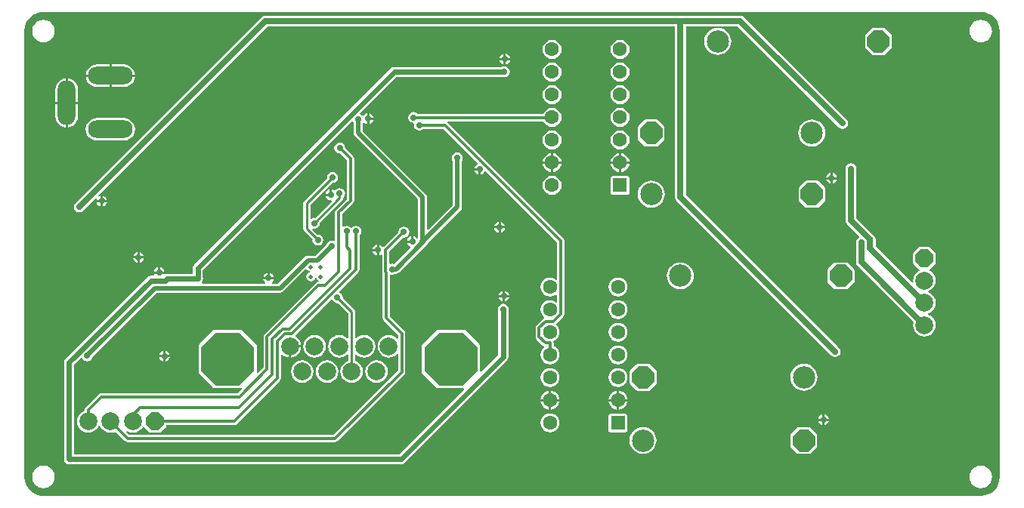
<source format=gbl>
G04 Layer_Physical_Order=2*
G04 Layer_Color=16711680*
%FSLAX43Y43*%
%MOMM*%
G71*
G01*
G75*
%ADD30C,0.700*%
%ADD31C,0.250*%
%ADD32C,0.500*%
%ADD33C,0.600*%
%ADD34C,0.300*%
%ADD36P,2.706X8X202.5*%
%ADD37C,2.500*%
%ADD38C,1.600*%
%ADD39R,1.600X1.600*%
%ADD40C,2.000*%
%ADD41P,2.165X8X292.5*%
%ADD42O,5.000X2.000*%
%ADD43O,2.000X5.000*%
%ADD44P,2.165X8X202.5*%
%ADD45P,6.494X8X112.5*%
%ADD46C,0.700*%
%ADD47C,0.500*%
G36*
X107500Y54632D02*
Y54632D01*
X107505Y54636D01*
X107917Y54595D01*
X108317Y54473D01*
X108687Y54276D01*
X109010Y54010D01*
X109276Y53687D01*
X109473Y53317D01*
X109595Y52917D01*
X109636Y52505D01*
X109632Y52500D01*
X109632D01*
X109639Y52462D01*
Y2539D01*
X109631Y2500D01*
X109631D01*
X109635Y2496D01*
X109595Y2083D01*
X109473Y1683D01*
X109276Y1313D01*
X109010Y990D01*
X108687Y724D01*
X108317Y527D01*
X107917Y405D01*
X107505Y365D01*
X107500Y369D01*
Y369D01*
X107461Y361D01*
X2623D01*
X2500Y361D01*
X2499Y361D01*
X2375Y369D01*
X2083Y397D01*
X1682Y519D01*
X1313Y716D01*
X989Y982D01*
X723Y1306D01*
X526Y1675D01*
X404Y2076D01*
X364Y2488D01*
X368Y2492D01*
X368D01*
X361Y2526D01*
Y52377D01*
X361Y52500D01*
X361Y52501D01*
X369Y52625D01*
X397Y52917D01*
X519Y53318D01*
X716Y53687D01*
X982Y54011D01*
X1306Y54277D01*
X1675Y54474D01*
X2076Y54596D01*
X2488Y54636D01*
X2492Y54632D01*
Y54632D01*
X2526Y54639D01*
X107462D01*
X107500Y54632D01*
D02*
G37*
%LPC*%
G36*
X54202Y23366D02*
Y22902D01*
X54666D01*
X54644Y23011D01*
X54510Y23210D01*
X54311Y23344D01*
X54202Y23366D01*
D02*
G37*
G36*
X53948D02*
X53839Y23344D01*
X53640Y23210D01*
X53506Y23011D01*
X53484Y22902D01*
X53948D01*
Y23366D01*
D02*
G37*
G36*
X66860Y24858D02*
X66585Y24822D01*
X66328Y24716D01*
X66108Y24547D01*
X65939Y24327D01*
X65833Y24070D01*
X65797Y23795D01*
X65833Y23520D01*
X65939Y23263D01*
X66108Y23043D01*
X66328Y22874D01*
X66585Y22768D01*
X66860Y22732D01*
X67135Y22768D01*
X67392Y22874D01*
X67612Y23043D01*
X67781Y23263D01*
X67887Y23520D01*
X67923Y23795D01*
X67887Y24070D01*
X67781Y24327D01*
X67612Y24547D01*
X67392Y24716D01*
X67135Y24822D01*
X66860Y24858D01*
D02*
G37*
G36*
X15324Y25992D02*
X15215Y25970D01*
X15015Y25837D01*
X14882Y25637D01*
X14860Y25528D01*
X15324D01*
Y25992D01*
D02*
G37*
G36*
X92475Y26559D02*
X91225D01*
X91126Y26539D01*
X91042Y26483D01*
X90417Y25858D01*
X90361Y25774D01*
X90341Y25675D01*
Y24425D01*
X90361Y24326D01*
X90417Y24242D01*
X91042Y23617D01*
X91126Y23561D01*
X91225Y23541D01*
X92475D01*
X92574Y23561D01*
X92658Y23617D01*
X93283Y24242D01*
X93339Y24326D01*
X93359Y24425D01*
Y25675D01*
X93339Y25774D01*
X93283Y25858D01*
X92658Y26483D01*
X92574Y26539D01*
X92475Y26559D01*
D02*
G37*
G36*
X73850Y26561D02*
X73555Y26532D01*
X73272Y26446D01*
X73010Y26307D01*
X72781Y26119D01*
X72593Y25890D01*
X72454Y25628D01*
X72368Y25345D01*
X72339Y25050D01*
X72368Y24755D01*
X72454Y24472D01*
X72593Y24210D01*
X72781Y23981D01*
X73010Y23793D01*
X73272Y23654D01*
X73555Y23568D01*
X73850Y23539D01*
X74145Y23568D01*
X74428Y23654D01*
X74690Y23793D01*
X74919Y23981D01*
X75107Y24210D01*
X75246Y24472D01*
X75332Y24755D01*
X75361Y25050D01*
X75332Y25345D01*
X75246Y25628D01*
X75107Y25890D01*
X74919Y26119D01*
X74690Y26307D01*
X74428Y26446D01*
X74145Y26532D01*
X73850Y26561D01*
D02*
G37*
G36*
X92975Y37666D02*
X92739Y37619D01*
X92540Y37485D01*
X92406Y37286D01*
X92359Y37050D01*
Y31299D01*
X92406Y31063D01*
X92540Y30864D01*
X93935Y29468D01*
X93894Y29330D01*
X93715Y29210D01*
X93581Y29011D01*
X93534Y28775D01*
Y26575D01*
X93581Y26339D01*
X93715Y26140D01*
X99985Y19869D01*
X99978Y19852D01*
X99935Y19525D01*
X99978Y19198D01*
X100105Y18893D01*
X100306Y18631D01*
X100568Y18430D01*
X100873Y18303D01*
X101200Y18260D01*
X101527Y18303D01*
X101832Y18430D01*
X102094Y18631D01*
X102295Y18893D01*
X102422Y19198D01*
X102465Y19525D01*
X102422Y19852D01*
X102295Y20157D01*
X102094Y20419D01*
X101832Y20620D01*
X101625Y20706D01*
Y20844D01*
X101832Y20930D01*
X102094Y21131D01*
X102295Y21393D01*
X102422Y21698D01*
X102465Y22025D01*
X102422Y22352D01*
X102295Y22657D01*
X102094Y22919D01*
X101832Y23120D01*
X101625Y23206D01*
Y23344D01*
X101832Y23430D01*
X102094Y23631D01*
X102295Y23893D01*
X102422Y24198D01*
X102465Y24525D01*
X102422Y24852D01*
X102295Y25157D01*
X102094Y25419D01*
X101832Y25620D01*
X101763Y25649D01*
X101776Y25781D01*
X101799Y25786D01*
X101883Y25842D01*
X102383Y26342D01*
X102439Y26426D01*
X102459Y26525D01*
Y27525D01*
X102439Y27624D01*
X102383Y27708D01*
X101883Y28208D01*
X101883Y28208D01*
X101799Y28264D01*
X101700Y28284D01*
X100700D01*
X100601Y28264D01*
X100517Y28208D01*
X100017Y27708D01*
X99961Y27624D01*
X99941Y27525D01*
Y26525D01*
X99961Y26426D01*
X100017Y26342D01*
X100517Y25842D01*
X100517Y25842D01*
X100601Y25786D01*
X100624Y25781D01*
X100637Y25649D01*
X100568Y25620D01*
X100306Y25419D01*
X100105Y25157D01*
X99978Y24852D01*
X99935Y24525D01*
X99963Y24312D01*
X99843Y24253D01*
X95720Y28376D01*
Y29170D01*
X95673Y29406D01*
X95539Y29606D01*
X93591Y31554D01*
Y37050D01*
X93544Y37286D01*
X93410Y37485D01*
X93211Y37619D01*
X92975Y37666D01*
D02*
G37*
G36*
X66860Y19778D02*
X66585Y19742D01*
X66328Y19636D01*
X66108Y19467D01*
X65939Y19247D01*
X65833Y18990D01*
X65797Y18715D01*
X65833Y18440D01*
X65939Y18183D01*
X66108Y17963D01*
X66328Y17794D01*
X66585Y17688D01*
X66860Y17652D01*
X67135Y17688D01*
X67392Y17794D01*
X67612Y17963D01*
X67781Y18183D01*
X67887Y18440D01*
X67923Y18715D01*
X67887Y18990D01*
X67781Y19247D01*
X67612Y19467D01*
X67392Y19636D01*
X67135Y19742D01*
X66860Y19778D01*
D02*
G37*
G36*
X16177Y16641D02*
Y16177D01*
X16641D01*
X16619Y16286D01*
X16485Y16485D01*
X16286Y16619D01*
X16177Y16641D01*
D02*
G37*
G36*
X54666Y22648D02*
X54202D01*
Y22184D01*
X54311Y22206D01*
X54510Y22340D01*
X54644Y22539D01*
X54666Y22648D01*
D02*
G37*
G36*
X53948D02*
X53484D01*
X53506Y22539D01*
X53640Y22340D01*
X53839Y22206D01*
X53948Y22184D01*
Y22648D01*
D02*
G37*
G36*
X66860Y22318D02*
X66585Y22282D01*
X66328Y22176D01*
X66108Y22007D01*
X65939Y21787D01*
X65833Y21530D01*
X65797Y21255D01*
X65833Y20980D01*
X65939Y20723D01*
X66108Y20503D01*
X66328Y20334D01*
X66585Y20228D01*
X66860Y20192D01*
X67135Y20228D01*
X67392Y20334D01*
X67612Y20503D01*
X67781Y20723D01*
X67887Y20980D01*
X67923Y21255D01*
X67887Y21530D01*
X67781Y21787D01*
X67612Y22007D01*
X67392Y22176D01*
X67135Y22282D01*
X66860Y22318D01*
D02*
G37*
G36*
X15578Y25992D02*
Y25528D01*
X16041D01*
X16020Y25637D01*
X15886Y25837D01*
X15686Y25970D01*
X15578Y25992D01*
D02*
G37*
G36*
X70600Y35711D02*
X70305Y35682D01*
X70022Y35596D01*
X69760Y35457D01*
X69531Y35269D01*
X69343Y35040D01*
X69204Y34778D01*
X69118Y34495D01*
X69089Y34200D01*
X69118Y33905D01*
X69204Y33622D01*
X69343Y33360D01*
X69531Y33131D01*
X69760Y32943D01*
X70022Y32804D01*
X70305Y32718D01*
X70600Y32689D01*
X70895Y32718D01*
X71178Y32804D01*
X71440Y32943D01*
X71669Y33131D01*
X71857Y33360D01*
X71996Y33622D01*
X72082Y33905D01*
X72111Y34200D01*
X72082Y34495D01*
X71996Y34778D01*
X71857Y35040D01*
X71669Y35269D01*
X71440Y35457D01*
X71178Y35596D01*
X70895Y35682D01*
X70600Y35711D01*
D02*
G37*
G36*
X53727Y31091D02*
Y30627D01*
X54191D01*
X54169Y30736D01*
X54035Y30935D01*
X53836Y31069D01*
X53727Y31091D01*
D02*
G37*
G36*
X53473D02*
X53364Y31069D01*
X53165Y30935D01*
X53031Y30736D01*
X53009Y30627D01*
X53473D01*
Y31091D01*
D02*
G37*
G36*
X9616Y33298D02*
X9152D01*
Y32834D01*
X9261Y32856D01*
X9460Y32990D01*
X9594Y33189D01*
X9616Y33298D01*
D02*
G37*
G36*
X8898D02*
X8434D01*
X8456Y33189D01*
X8590Y32990D01*
X8789Y32856D01*
X8898Y32834D01*
Y33298D01*
D02*
G37*
G36*
X89225Y35709D02*
X87975D01*
X87876Y35689D01*
X87792Y35633D01*
X87167Y35008D01*
X87111Y34924D01*
X87091Y34825D01*
Y33575D01*
X87111Y33476D01*
X87167Y33392D01*
X87792Y32767D01*
X87876Y32711D01*
X87975Y32691D01*
X89225D01*
X89324Y32711D01*
X89408Y32767D01*
X90033Y33392D01*
X90089Y33476D01*
X90109Y33575D01*
Y34825D01*
X90089Y34924D01*
X90033Y35008D01*
X89408Y35633D01*
X89324Y35689D01*
X89225Y35709D01*
D02*
G37*
G36*
X13023Y27716D02*
X12914Y27694D01*
X12715Y27560D01*
X12581Y27361D01*
X12559Y27252D01*
X13023D01*
Y27716D01*
D02*
G37*
G36*
X13741Y26998D02*
X13277D01*
Y26534D01*
X13386Y26556D01*
X13585Y26690D01*
X13719Y26889D01*
X13741Y26998D01*
D02*
G37*
G36*
X13023D02*
X12559D01*
X12581Y26889D01*
X12715Y26690D01*
X12914Y26556D01*
X13023Y26534D01*
Y26998D01*
D02*
G37*
G36*
X54191Y30373D02*
X53727D01*
Y29909D01*
X53836Y29931D01*
X54035Y30065D01*
X54169Y30264D01*
X54191Y30373D01*
D02*
G37*
G36*
X53473D02*
X53009D01*
X53031Y30264D01*
X53165Y30065D01*
X53364Y29931D01*
X53473Y29909D01*
Y30373D01*
D02*
G37*
G36*
X13277Y27716D02*
Y27252D01*
X13741D01*
X13719Y27361D01*
X13585Y27560D01*
X13386Y27694D01*
X13277Y27716D01*
D02*
G37*
G36*
X15923Y16641D02*
X15814Y16619D01*
X15615Y16485D01*
X15481Y16286D01*
X15459Y16177D01*
X15923D01*
Y16641D01*
D02*
G37*
G36*
X89748Y9491D02*
X89639Y9469D01*
X89440Y9335D01*
X89306Y9136D01*
X89284Y9027D01*
X89748D01*
Y9491D01*
D02*
G37*
G36*
X90466Y8773D02*
X90002D01*
Y8309D01*
X90111Y8331D01*
X90310Y8465D01*
X90444Y8664D01*
X90466Y8773D01*
D02*
G37*
G36*
X89748D02*
X89284D01*
X89306Y8664D01*
X89440Y8465D01*
X89639Y8331D01*
X89748Y8309D01*
Y8773D01*
D02*
G37*
G36*
X66733Y10968D02*
X65814D01*
X65833Y10820D01*
X65939Y10563D01*
X66108Y10343D01*
X66328Y10174D01*
X66585Y10068D01*
X66733Y10049D01*
Y10968D01*
D02*
G37*
G36*
X59113D02*
X58194D01*
X58213Y10820D01*
X58319Y10563D01*
X58488Y10343D01*
X58708Y10174D01*
X58965Y10068D01*
X59113Y10049D01*
Y10968D01*
D02*
G37*
G36*
X90002Y9491D02*
Y9027D01*
X90466D01*
X90444Y9136D01*
X90310Y9335D01*
X90111Y9469D01*
X90002Y9491D01*
D02*
G37*
G36*
X69675Y8086D02*
X69380Y8057D01*
X69097Y7971D01*
X68835Y7832D01*
X68606Y7644D01*
X68418Y7415D01*
X68279Y7153D01*
X68193Y6870D01*
X68164Y6575D01*
X68193Y6280D01*
X68279Y5997D01*
X68418Y5735D01*
X68606Y5506D01*
X68835Y5318D01*
X69097Y5179D01*
X69380Y5093D01*
X69675Y5064D01*
X69970Y5093D01*
X70253Y5179D01*
X70515Y5318D01*
X70744Y5506D01*
X70932Y5735D01*
X71071Y5997D01*
X71157Y6280D01*
X71186Y6575D01*
X71157Y6870D01*
X71071Y7153D01*
X70932Y7415D01*
X70744Y7644D01*
X70515Y7832D01*
X70253Y7971D01*
X69970Y8057D01*
X69675Y8086D01*
D02*
G37*
G36*
X107500Y3768D02*
X107483Y3764D01*
X107466Y3765D01*
X107205Y3731D01*
X107173Y3720D01*
X107140Y3714D01*
X106897Y3613D01*
X106868Y3594D01*
X106838Y3579D01*
X106629Y3419D01*
X106607Y3393D01*
X106581Y3371D01*
X106421Y3162D01*
X106406Y3132D01*
X106387Y3103D01*
X106286Y2860D01*
X106280Y2827D01*
X106269Y2795D01*
X106235Y2534D01*
X106237Y2500D01*
X106235Y2466D01*
X106269Y2205D01*
X106280Y2173D01*
X106286Y2140D01*
X106387Y1897D01*
X106406Y1868D01*
X106421Y1838D01*
X106581Y1629D01*
X106607Y1607D01*
X106629Y1581D01*
X106838Y1421D01*
X106868Y1406D01*
X106897Y1387D01*
X107140Y1286D01*
X107173Y1280D01*
X107205Y1269D01*
X107466Y1235D01*
X107483Y1236D01*
X107500Y1232D01*
X107517Y1236D01*
X107534Y1235D01*
X107795Y1269D01*
X107827Y1280D01*
X107860Y1286D01*
X108103Y1387D01*
X108132Y1406D01*
X108162Y1421D01*
X108371Y1581D01*
X108393Y1607D01*
X108419Y1629D01*
X108579Y1838D01*
X108594Y1868D01*
X108613Y1897D01*
X108714Y2140D01*
X108720Y2173D01*
X108731Y2205D01*
X108765Y2466D01*
X108763Y2500D01*
X108765Y2534D01*
X108731Y2795D01*
X108720Y2827D01*
X108714Y2860D01*
X108613Y3103D01*
X108594Y3132D01*
X108579Y3162D01*
X108419Y3371D01*
X108393Y3393D01*
X108371Y3419D01*
X108162Y3579D01*
X108132Y3594D01*
X108103Y3613D01*
X107860Y3714D01*
X107827Y3720D01*
X107795Y3731D01*
X107534Y3765D01*
X107517Y3764D01*
X107500Y3768D01*
D02*
G37*
G36*
X2500D02*
X2483Y3764D01*
X2466Y3765D01*
X2205Y3731D01*
X2173Y3720D01*
X2140Y3714D01*
X1897Y3613D01*
X1868Y3594D01*
X1838Y3579D01*
X1629Y3419D01*
X1607Y3393D01*
X1581Y3371D01*
X1421Y3162D01*
X1406Y3132D01*
X1387Y3103D01*
X1286Y2860D01*
X1280Y2827D01*
X1269Y2795D01*
X1235Y2534D01*
X1237Y2500D01*
X1235Y2466D01*
X1269Y2205D01*
X1280Y2173D01*
X1286Y2140D01*
X1387Y1897D01*
X1406Y1868D01*
X1421Y1838D01*
X1581Y1629D01*
X1607Y1607D01*
X1629Y1581D01*
X1838Y1421D01*
X1868Y1406D01*
X1897Y1387D01*
X2140Y1286D01*
X2173Y1280D01*
X2205Y1269D01*
X2466Y1235D01*
X2483Y1236D01*
X2500Y1232D01*
X2517Y1236D01*
X2534Y1235D01*
X2795Y1269D01*
X2827Y1280D01*
X2860Y1286D01*
X3103Y1387D01*
X3132Y1406D01*
X3162Y1421D01*
X3371Y1581D01*
X3393Y1607D01*
X3419Y1629D01*
X3579Y1838D01*
X3594Y1868D01*
X3613Y1897D01*
X3714Y2140D01*
X3720Y2173D01*
X3731Y2205D01*
X3765Y2466D01*
X3763Y2500D01*
X3765Y2534D01*
X3731Y2795D01*
X3720Y2827D01*
X3714Y2860D01*
X3613Y3103D01*
X3594Y3132D01*
X3579Y3162D01*
X3419Y3371D01*
X3393Y3393D01*
X3371Y3419D01*
X3162Y3579D01*
X3132Y3594D01*
X3103Y3613D01*
X2860Y3714D01*
X2827Y3720D01*
X2795Y3731D01*
X2534Y3765D01*
X2517Y3764D01*
X2500Y3768D01*
D02*
G37*
G36*
X67660Y9614D02*
X66060D01*
X65961Y9594D01*
X65877Y9538D01*
X65821Y9454D01*
X65801Y9355D01*
Y7755D01*
X65821Y7656D01*
X65877Y7572D01*
X65961Y7516D01*
X66060Y7496D01*
X67660D01*
X67759Y7516D01*
X67843Y7572D01*
X67899Y7656D01*
X67919Y7755D01*
Y9355D01*
X67899Y9454D01*
X67843Y9538D01*
X67759Y9594D01*
X67660Y9614D01*
D02*
G37*
G36*
X59240Y9618D02*
X58965Y9582D01*
X58708Y9476D01*
X58488Y9307D01*
X58319Y9087D01*
X58213Y8830D01*
X58177Y8555D01*
X58213Y8280D01*
X58319Y8023D01*
X58488Y7803D01*
X58708Y7634D01*
X58965Y7528D01*
X59240Y7492D01*
X59515Y7528D01*
X59772Y7634D01*
X59992Y7803D01*
X60161Y8023D01*
X60267Y8280D01*
X60303Y8555D01*
X60267Y8830D01*
X60161Y9087D01*
X59992Y9307D01*
X59772Y9476D01*
X59515Y9582D01*
X59240Y9618D01*
D02*
G37*
G36*
X88300Y8084D02*
X87050D01*
X86951Y8064D01*
X86867Y8008D01*
X86242Y7383D01*
X86186Y7299D01*
X86166Y7200D01*
Y5950D01*
X86186Y5851D01*
X86242Y5767D01*
X86867Y5142D01*
X86951Y5086D01*
X87050Y5066D01*
X88300D01*
X88399Y5086D01*
X88483Y5142D01*
X89108Y5767D01*
X89164Y5851D01*
X89184Y5950D01*
Y7200D01*
X89164Y7299D01*
X89108Y7383D01*
X88483Y8008D01*
X88399Y8064D01*
X88300Y8084D01*
D02*
G37*
G36*
X60286Y10968D02*
X59367D01*
Y10049D01*
X59515Y10068D01*
X59772Y10174D01*
X59992Y10343D01*
X60161Y10563D01*
X60267Y10820D01*
X60286Y10968D01*
D02*
G37*
G36*
X66860Y14698D02*
X66585Y14662D01*
X66328Y14556D01*
X66108Y14387D01*
X65939Y14167D01*
X65833Y13910D01*
X65797Y13635D01*
X65833Y13360D01*
X65939Y13103D01*
X66108Y12883D01*
X66328Y12714D01*
X66585Y12608D01*
X66860Y12572D01*
X67135Y12608D01*
X67392Y12714D01*
X67612Y12883D01*
X67781Y13103D01*
X67887Y13360D01*
X67923Y13635D01*
X67887Y13910D01*
X67781Y14167D01*
X67612Y14387D01*
X67392Y14556D01*
X67135Y14662D01*
X66860Y14698D01*
D02*
G37*
G36*
X59240D02*
X58965Y14662D01*
X58708Y14556D01*
X58488Y14387D01*
X58319Y14167D01*
X58213Y13910D01*
X58177Y13635D01*
X58213Y13360D01*
X58319Y13103D01*
X58488Y12883D01*
X58708Y12714D01*
X58965Y12608D01*
X59240Y12572D01*
X59515Y12608D01*
X59772Y12714D01*
X59992Y12883D01*
X60161Y13103D01*
X60267Y13360D01*
X60303Y13635D01*
X60267Y13910D01*
X60161Y14167D01*
X59992Y14387D01*
X59772Y14556D01*
X59515Y14662D01*
X59240Y14698D01*
D02*
G37*
G36*
X70325Y15184D02*
X69075D01*
X68976Y15164D01*
X68892Y15108D01*
X68267Y14483D01*
X68211Y14399D01*
X68191Y14300D01*
Y13050D01*
X68211Y12951D01*
X68267Y12867D01*
X68892Y12242D01*
X68976Y12186D01*
X69075Y12166D01*
X70325D01*
X70424Y12186D01*
X70508Y12242D01*
X71133Y12867D01*
X71189Y12951D01*
X71209Y13050D01*
Y14300D01*
X71189Y14399D01*
X71133Y14483D01*
X70508Y15108D01*
X70424Y15164D01*
X70325Y15184D01*
D02*
G37*
G36*
X16641Y15923D02*
X16177D01*
Y15459D01*
X16286Y15481D01*
X16485Y15615D01*
X16619Y15814D01*
X16641Y15923D01*
D02*
G37*
G36*
X15923D02*
X15459D01*
X15481Y15814D01*
X15615Y15615D01*
X15814Y15481D01*
X15923Y15459D01*
Y15923D01*
D02*
G37*
G36*
X66860Y17238D02*
X66585Y17202D01*
X66328Y17096D01*
X66108Y16927D01*
X65939Y16707D01*
X65833Y16450D01*
X65797Y16175D01*
X65833Y15900D01*
X65939Y15643D01*
X66108Y15423D01*
X66328Y15254D01*
X66585Y15148D01*
X66860Y15112D01*
X67135Y15148D01*
X67392Y15254D01*
X67612Y15423D01*
X67781Y15643D01*
X67887Y15900D01*
X67923Y16175D01*
X67887Y16450D01*
X67781Y16707D01*
X67612Y16927D01*
X67392Y17096D01*
X67135Y17202D01*
X66860Y17238D01*
D02*
G37*
G36*
X66733Y12141D02*
X66585Y12122D01*
X66328Y12016D01*
X66108Y11847D01*
X65939Y11627D01*
X65833Y11370D01*
X65814Y11222D01*
X66733D01*
Y12141D01*
D02*
G37*
G36*
X59113D02*
X58965Y12122D01*
X58708Y12016D01*
X58488Y11847D01*
X58319Y11627D01*
X58213Y11370D01*
X58194Y11222D01*
X59113D01*
Y12141D01*
D02*
G37*
G36*
X67906Y10968D02*
X66987D01*
Y10049D01*
X67135Y10068D01*
X67392Y10174D01*
X67612Y10343D01*
X67781Y10563D01*
X67887Y10820D01*
X67906Y10968D01*
D02*
G37*
G36*
X87700Y15186D02*
X87405Y15157D01*
X87122Y15071D01*
X86860Y14932D01*
X86631Y14744D01*
X86443Y14515D01*
X86304Y14253D01*
X86218Y13970D01*
X86189Y13675D01*
X86218Y13380D01*
X86304Y13097D01*
X86443Y12835D01*
X86631Y12606D01*
X86860Y12418D01*
X87122Y12279D01*
X87405Y12193D01*
X87700Y12164D01*
X87995Y12193D01*
X88278Y12279D01*
X88540Y12418D01*
X88769Y12606D01*
X88957Y12835D01*
X89096Y13097D01*
X89182Y13380D01*
X89211Y13675D01*
X89182Y13970D01*
X89096Y14253D01*
X88957Y14515D01*
X88769Y14744D01*
X88540Y14932D01*
X88278Y15071D01*
X87995Y15157D01*
X87700Y15186D01*
D02*
G37*
G36*
X66987Y12141D02*
Y11222D01*
X67906D01*
X67887Y11370D01*
X67781Y11627D01*
X67612Y11847D01*
X67392Y12016D01*
X67135Y12122D01*
X66987Y12141D01*
D02*
G37*
G36*
X59367D02*
Y11222D01*
X60286D01*
X60267Y11370D01*
X60161Y11627D01*
X59992Y11847D01*
X59772Y12016D01*
X59515Y12122D01*
X59367Y12141D01*
D02*
G37*
G36*
X4973Y47198D02*
X4773Y47172D01*
X4468Y47045D01*
X4206Y46844D01*
X4005Y46582D01*
X3878Y46277D01*
X3835Y45950D01*
Y44577D01*
X4973D01*
Y47198D01*
D02*
G37*
G36*
X67095Y46428D02*
X66820Y46392D01*
X66563Y46286D01*
X66343Y46117D01*
X66174Y45897D01*
X66068Y45640D01*
X66032Y45365D01*
X66068Y45090D01*
X66174Y44833D01*
X66343Y44613D01*
X66563Y44444D01*
X66820Y44338D01*
X67095Y44302D01*
X67370Y44338D01*
X67627Y44444D01*
X67847Y44613D01*
X68016Y44833D01*
X68122Y45090D01*
X68158Y45365D01*
X68122Y45640D01*
X68016Y45897D01*
X67847Y46117D01*
X67627Y46286D01*
X67370Y46392D01*
X67095Y46428D01*
D02*
G37*
G36*
X59475D02*
X59200Y46392D01*
X58943Y46286D01*
X58723Y46117D01*
X58554Y45897D01*
X58448Y45640D01*
X58412Y45365D01*
X58448Y45090D01*
X58554Y44833D01*
X58723Y44613D01*
X58943Y44444D01*
X59200Y44338D01*
X59475Y44302D01*
X59750Y44338D01*
X60007Y44444D01*
X60227Y44613D01*
X60396Y44833D01*
X60502Y45090D01*
X60538Y45365D01*
X60502Y45640D01*
X60396Y45897D01*
X60227Y46117D01*
X60007Y46286D01*
X59750Y46392D01*
X59475Y46428D01*
D02*
G37*
G36*
X5227Y47198D02*
Y44577D01*
X6365D01*
Y45950D01*
X6322Y46277D01*
X6195Y46582D01*
X5994Y46844D01*
X5732Y47045D01*
X5427Y47172D01*
X5227Y47198D01*
D02*
G37*
G36*
X59475Y48968D02*
X59200Y48932D01*
X58943Y48826D01*
X58723Y48657D01*
X58554Y48437D01*
X58448Y48180D01*
X58412Y47905D01*
X58448Y47630D01*
X58554Y47373D01*
X58723Y47153D01*
X58943Y46984D01*
X59200Y46878D01*
X59475Y46842D01*
X59750Y46878D01*
X60007Y46984D01*
X60227Y47153D01*
X60396Y47373D01*
X60502Y47630D01*
X60538Y47905D01*
X60502Y48180D01*
X60396Y48437D01*
X60227Y48657D01*
X60007Y48826D01*
X59750Y48932D01*
X59475Y48968D01*
D02*
G37*
G36*
X12748Y47373D02*
X10127D01*
Y46235D01*
X11500D01*
X11827Y46278D01*
X12132Y46405D01*
X12394Y46606D01*
X12595Y46868D01*
X12722Y47173D01*
X12748Y47373D01*
D02*
G37*
G36*
X9873D02*
X7252D01*
X7278Y47173D01*
X7405Y46868D01*
X7606Y46606D01*
X7868Y46405D01*
X8173Y46278D01*
X8500Y46235D01*
X9873D01*
Y47373D01*
D02*
G37*
G36*
X6365Y44323D02*
X5227D01*
Y41702D01*
X5427Y41728D01*
X5732Y41855D01*
X5994Y42056D01*
X6195Y42318D01*
X6322Y42623D01*
X6365Y42950D01*
Y44323D01*
D02*
G37*
G36*
X4973D02*
X3835D01*
Y42950D01*
X3878Y42623D01*
X4005Y42318D01*
X4206Y42056D01*
X4468Y41855D01*
X4773Y41728D01*
X4973Y41702D01*
Y44323D01*
D02*
G37*
G36*
X80550Y54241D02*
X27350D01*
X27114Y54194D01*
X26915Y54060D01*
X6090Y33235D01*
X5956Y33036D01*
X5909Y32800D01*
X5956Y32564D01*
X6090Y32365D01*
X6289Y32231D01*
X6525Y32184D01*
X6761Y32231D01*
X6960Y32365D01*
X8397Y33801D01*
X8496Y33720D01*
X8456Y33661D01*
X8434Y33552D01*
X8898D01*
Y34016D01*
X8789Y33994D01*
X8730Y33954D01*
X8649Y34053D01*
X27605Y53009D01*
X73234D01*
Y33900D01*
X73281Y33664D01*
X73415Y33465D01*
X90765Y16115D01*
X90964Y15981D01*
X91200Y15934D01*
X91436Y15981D01*
X91635Y16115D01*
X91769Y16314D01*
X91816Y16550D01*
X91769Y16786D01*
X91635Y16985D01*
X74466Y34155D01*
Y53009D01*
X80295D01*
X91590Y41715D01*
X91789Y41581D01*
X92025Y41534D01*
X92261Y41581D01*
X92460Y41715D01*
X92594Y41914D01*
X92641Y42150D01*
X92594Y42386D01*
X92460Y42585D01*
X80985Y54060D01*
X80786Y54194D01*
X80550Y54241D01*
D02*
G37*
G36*
X67095Y43888D02*
X66820Y43852D01*
X66563Y43746D01*
X66343Y43577D01*
X66174Y43357D01*
X66068Y43100D01*
X66032Y42825D01*
X66068Y42550D01*
X66174Y42293D01*
X66343Y42073D01*
X66563Y41904D01*
X66820Y41798D01*
X67095Y41762D01*
X67370Y41798D01*
X67627Y41904D01*
X67847Y42073D01*
X68016Y42293D01*
X68122Y42550D01*
X68158Y42825D01*
X68122Y43100D01*
X68016Y43357D01*
X67847Y43577D01*
X67627Y43746D01*
X67370Y43852D01*
X67095Y43888D01*
D02*
G37*
G36*
X59475D02*
X59200Y43852D01*
X58943Y43746D01*
X58723Y43577D01*
X58554Y43357D01*
X58494Y43212D01*
X44426D01*
X44410Y43235D01*
X44211Y43369D01*
X43975Y43416D01*
X43739Y43369D01*
X43540Y43235D01*
X43406Y43036D01*
X43359Y42800D01*
X43406Y42564D01*
X43540Y42365D01*
X43739Y42231D01*
X43914Y42196D01*
X43975Y42184D01*
X44006Y42061D01*
X43984Y41950D01*
X44031Y41714D01*
X44165Y41515D01*
X44364Y41381D01*
X44600Y41334D01*
X44836Y41381D01*
X45035Y41515D01*
X45051Y41538D01*
X47321D01*
X51168Y37691D01*
X51122Y37557D01*
X50940Y37435D01*
X50806Y37236D01*
X50784Y37127D01*
X51375D01*
Y37000D01*
X51502D01*
Y36409D01*
X51611Y36431D01*
X51810Y36565D01*
X51932Y36747D01*
X52066Y36793D01*
X60032Y28827D01*
Y24676D01*
X59905Y24613D01*
X59772Y24716D01*
X59515Y24822D01*
X59240Y24858D01*
X58965Y24822D01*
X58708Y24716D01*
X58488Y24547D01*
X58319Y24327D01*
X58213Y24070D01*
X58177Y23795D01*
X58213Y23520D01*
X58319Y23263D01*
X58488Y23043D01*
X58708Y22874D01*
X58965Y22768D01*
X59240Y22732D01*
X59515Y22768D01*
X59772Y22874D01*
X59905Y22977D01*
X60032Y22914D01*
Y22136D01*
X59905Y22073D01*
X59772Y22176D01*
X59515Y22282D01*
X59240Y22318D01*
X58965Y22282D01*
X58708Y22176D01*
X58488Y22007D01*
X58319Y21787D01*
X58213Y21530D01*
X58177Y21255D01*
X58213Y20980D01*
X58319Y20723D01*
X58488Y20503D01*
X58585Y20429D01*
X58584Y20376D01*
X58563Y20286D01*
X58450Y20210D01*
X57745Y19505D01*
X57655Y19371D01*
X57624Y19214D01*
Y18216D01*
X57655Y18059D01*
X57745Y17925D01*
X58450Y17220D01*
X58563Y17144D01*
X58584Y17054D01*
X58585Y17001D01*
X58488Y16927D01*
X58319Y16707D01*
X58213Y16450D01*
X58177Y16175D01*
X58213Y15900D01*
X58319Y15643D01*
X58488Y15423D01*
X58708Y15254D01*
X58965Y15148D01*
X59240Y15112D01*
X59515Y15148D01*
X59772Y15254D01*
X59992Y15423D01*
X60161Y15643D01*
X60267Y15900D01*
X60303Y16175D01*
X60267Y16450D01*
X60161Y16707D01*
X59992Y16927D01*
X59772Y17096D01*
X59652Y17145D01*
Y17511D01*
X59621Y17669D01*
X59642Y17741D01*
X59772Y17794D01*
X59992Y17963D01*
X60161Y18183D01*
X60267Y18440D01*
X60303Y18715D01*
X60267Y18990D01*
X60161Y19247D01*
X59992Y19467D01*
X59930Y19514D01*
X59938Y19668D01*
X60735Y20465D01*
X60825Y20599D01*
X60856Y20756D01*
Y28997D01*
X60825Y29155D01*
X60735Y29289D01*
X47783Y42241D01*
X47753Y42261D01*
X47791Y42388D01*
X58515D01*
X58554Y42293D01*
X58723Y42073D01*
X58943Y41904D01*
X59200Y41798D01*
X59475Y41762D01*
X59750Y41798D01*
X60007Y41904D01*
X60227Y42073D01*
X60396Y42293D01*
X60502Y42550D01*
X60538Y42825D01*
X60502Y43100D01*
X60396Y43357D01*
X60227Y43577D01*
X60007Y43746D01*
X59750Y43852D01*
X59475Y43888D01*
D02*
G37*
G36*
X39002Y43266D02*
Y42802D01*
X39466D01*
X39444Y42911D01*
X39310Y43110D01*
X39111Y43244D01*
X39002Y43266D01*
D02*
G37*
G36*
X39466Y42548D02*
X39002D01*
Y42084D01*
X39111Y42106D01*
X39310Y42240D01*
X39444Y42439D01*
X39466Y42548D01*
D02*
G37*
G36*
X54302Y49941D02*
Y49477D01*
X54766D01*
X54744Y49586D01*
X54610Y49785D01*
X54411Y49919D01*
X54302Y49941D01*
D02*
G37*
G36*
X54048D02*
X53939Y49919D01*
X53740Y49785D01*
X53606Y49586D01*
X53584Y49477D01*
X54048D01*
Y49941D01*
D02*
G37*
G36*
X67095Y51508D02*
X66820Y51472D01*
X66563Y51366D01*
X66343Y51197D01*
X66174Y50977D01*
X66068Y50720D01*
X66032Y50445D01*
X66068Y50170D01*
X66174Y49913D01*
X66343Y49693D01*
X66563Y49524D01*
X66820Y49418D01*
X67095Y49382D01*
X67370Y49418D01*
X67627Y49524D01*
X67847Y49693D01*
X68016Y49913D01*
X68122Y50170D01*
X68158Y50445D01*
X68122Y50720D01*
X68016Y50977D01*
X67847Y51197D01*
X67627Y51366D01*
X67370Y51472D01*
X67095Y51508D01*
D02*
G37*
G36*
X78050Y52861D02*
X77755Y52832D01*
X77472Y52746D01*
X77210Y52607D01*
X76981Y52419D01*
X76793Y52190D01*
X76654Y51928D01*
X76568Y51645D01*
X76539Y51350D01*
X76568Y51055D01*
X76654Y50772D01*
X76793Y50510D01*
X76981Y50281D01*
X77210Y50093D01*
X77472Y49954D01*
X77755Y49868D01*
X78050Y49839D01*
X78345Y49868D01*
X78628Y49954D01*
X78890Y50093D01*
X79119Y50281D01*
X79307Y50510D01*
X79446Y50772D01*
X79532Y51055D01*
X79561Y51350D01*
X79532Y51645D01*
X79446Y51928D01*
X79307Y52190D01*
X79119Y52419D01*
X78890Y52607D01*
X78628Y52746D01*
X78345Y52832D01*
X78050Y52861D01*
D02*
G37*
G36*
X107500Y53768D02*
X107483Y53764D01*
X107466Y53765D01*
X107205Y53731D01*
X107173Y53720D01*
X107140Y53714D01*
X106897Y53613D01*
X106868Y53594D01*
X106838Y53579D01*
X106629Y53419D01*
X106607Y53393D01*
X106581Y53371D01*
X106421Y53162D01*
X106406Y53132D01*
X106387Y53103D01*
X106286Y52860D01*
X106280Y52827D01*
X106269Y52795D01*
X106235Y52534D01*
X106237Y52500D01*
X106235Y52466D01*
X106269Y52205D01*
X106280Y52173D01*
X106286Y52140D01*
X106387Y51897D01*
X106406Y51868D01*
X106421Y51838D01*
X106581Y51629D01*
X106607Y51607D01*
X106629Y51581D01*
X106838Y51421D01*
X106868Y51406D01*
X106897Y51387D01*
X107140Y51286D01*
X107173Y51280D01*
X107205Y51269D01*
X107466Y51235D01*
X107483Y51236D01*
X107500Y51232D01*
X107517Y51236D01*
X107534Y51235D01*
X107795Y51269D01*
X107827Y51280D01*
X107860Y51286D01*
X108103Y51387D01*
X108132Y51406D01*
X108162Y51421D01*
X108371Y51581D01*
X108393Y51607D01*
X108419Y51629D01*
X108579Y51838D01*
X108594Y51868D01*
X108613Y51897D01*
X108714Y52140D01*
X108720Y52173D01*
X108731Y52205D01*
X108765Y52466D01*
X108763Y52500D01*
X108765Y52534D01*
X108731Y52795D01*
X108720Y52827D01*
X108714Y52860D01*
X108613Y53103D01*
X108594Y53132D01*
X108579Y53162D01*
X108419Y53371D01*
X108393Y53393D01*
X108371Y53419D01*
X108162Y53579D01*
X108132Y53594D01*
X108103Y53613D01*
X107860Y53714D01*
X107827Y53720D01*
X107795Y53731D01*
X107534Y53765D01*
X107517Y53764D01*
X107500Y53768D01*
D02*
G37*
G36*
X2500D02*
X2483Y53764D01*
X2466Y53765D01*
X2205Y53731D01*
X2173Y53720D01*
X2140Y53714D01*
X1897Y53613D01*
X1868Y53594D01*
X1838Y53579D01*
X1629Y53419D01*
X1607Y53393D01*
X1581Y53371D01*
X1421Y53162D01*
X1406Y53132D01*
X1387Y53103D01*
X1286Y52860D01*
X1280Y52827D01*
X1269Y52795D01*
X1235Y52534D01*
X1237Y52500D01*
X1235Y52466D01*
X1269Y52205D01*
X1280Y52173D01*
X1286Y52140D01*
X1387Y51897D01*
X1406Y51868D01*
X1421Y51838D01*
X1581Y51629D01*
X1607Y51607D01*
X1629Y51581D01*
X1838Y51421D01*
X1868Y51406D01*
X1897Y51387D01*
X2140Y51286D01*
X2173Y51280D01*
X2205Y51269D01*
X2466Y51235D01*
X2483Y51236D01*
X2500Y51232D01*
X2517Y51236D01*
X2534Y51235D01*
X2795Y51269D01*
X2827Y51280D01*
X2860Y51286D01*
X3103Y51387D01*
X3132Y51406D01*
X3162Y51421D01*
X3371Y51581D01*
X3393Y51607D01*
X3419Y51629D01*
X3579Y51838D01*
X3594Y51868D01*
X3613Y51897D01*
X3714Y52140D01*
X3720Y52173D01*
X3731Y52205D01*
X3765Y52466D01*
X3763Y52500D01*
X3765Y52534D01*
X3731Y52795D01*
X3720Y52827D01*
X3714Y52860D01*
X3613Y53103D01*
X3594Y53132D01*
X3579Y53162D01*
X3419Y53371D01*
X3393Y53393D01*
X3371Y53419D01*
X3162Y53579D01*
X3132Y53594D01*
X3103Y53613D01*
X2860Y53714D01*
X2827Y53720D01*
X2795Y53731D01*
X2534Y53765D01*
X2517Y53764D01*
X2500Y53768D01*
D02*
G37*
G36*
X96675Y52859D02*
X95425D01*
X95326Y52839D01*
X95242Y52783D01*
X94617Y52158D01*
X94561Y52074D01*
X94541Y51975D01*
Y50725D01*
X94561Y50626D01*
X94617Y50542D01*
X95242Y49917D01*
X95326Y49861D01*
X95425Y49841D01*
X96675D01*
X96774Y49861D01*
X96858Y49917D01*
X97483Y50542D01*
X97539Y50626D01*
X97559Y50725D01*
Y51975D01*
X97539Y52074D01*
X97483Y52158D01*
X96858Y52783D01*
X96774Y52839D01*
X96675Y52859D01*
D02*
G37*
G36*
X11500Y48765D02*
X10127D01*
Y47627D01*
X12748D01*
X12722Y47827D01*
X12595Y48132D01*
X12394Y48394D01*
X12132Y48595D01*
X11827Y48722D01*
X11500Y48765D01*
D02*
G37*
G36*
X9873D02*
X8500D01*
X8173Y48722D01*
X7868Y48595D01*
X7606Y48394D01*
X7405Y48132D01*
X7278Y47827D01*
X7252Y47627D01*
X9873D01*
Y48765D01*
D02*
G37*
G36*
X67095Y48968D02*
X66820Y48932D01*
X66563Y48826D01*
X66343Y48657D01*
X66174Y48437D01*
X66068Y48180D01*
X66032Y47905D01*
X66068Y47630D01*
X66174Y47373D01*
X66343Y47153D01*
X66563Y46984D01*
X66820Y46878D01*
X67095Y46842D01*
X67370Y46878D01*
X67627Y46984D01*
X67847Y47153D01*
X68016Y47373D01*
X68122Y47630D01*
X68158Y47905D01*
X68122Y48180D01*
X68016Y48437D01*
X67847Y48657D01*
X67627Y48826D01*
X67370Y48932D01*
X67095Y48968D01*
D02*
G37*
G36*
X54125Y48541D02*
X53889Y48494D01*
X53883Y48490D01*
X41797D01*
X41797Y48490D01*
X41580Y48447D01*
X41397Y48324D01*
X41397Y48324D01*
X19376Y26303D01*
X19253Y26120D01*
X19210Y25903D01*
X19210Y25903D01*
Y25265D01*
X16354D01*
X16354Y25265D01*
X16161Y25227D01*
X16089Y25274D01*
X14860D01*
X14881Y25171D01*
X14883Y25148D01*
X14816Y25044D01*
X14526D01*
X14526Y25044D01*
X14309Y25001D01*
X14126Y24878D01*
X14126Y24878D01*
X4976Y15728D01*
X4853Y15545D01*
X4810Y15328D01*
X4810Y15328D01*
Y4475D01*
X4853Y4259D01*
X4976Y4076D01*
X5159Y3953D01*
X5375Y3910D01*
X42550D01*
X42550Y3910D01*
X42766Y3953D01*
X42949Y4076D01*
X54424Y15551D01*
X54424Y15551D01*
X54547Y15734D01*
X54590Y15950D01*
X54590Y15950D01*
Y21058D01*
X54594Y21064D01*
X54641Y21300D01*
X54594Y21536D01*
X54460Y21735D01*
X54261Y21869D01*
X54025Y21916D01*
X53789Y21869D01*
X53590Y21735D01*
X53456Y21536D01*
X53409Y21300D01*
X53456Y21064D01*
X53460Y21058D01*
Y16184D01*
X51531Y14255D01*
X51404Y14307D01*
Y17220D01*
X51384Y17319D01*
X51328Y17403D01*
X49828Y18903D01*
X49744Y18959D01*
X49645Y18979D01*
X46645D01*
X46546Y18959D01*
X46462Y18903D01*
X44962Y17403D01*
X44906Y17319D01*
X44886Y17220D01*
Y14220D01*
X44906Y14121D01*
X44962Y14037D01*
X46462Y12537D01*
X46546Y12481D01*
X46645Y12461D01*
X49558D01*
X49610Y12334D01*
X42316Y5040D01*
X5940D01*
Y15094D01*
X6707Y15862D01*
X6844Y15819D01*
X6965Y15640D01*
X7164Y15506D01*
X7400Y15459D01*
X7636Y15506D01*
X7835Y15640D01*
X7969Y15839D01*
X7988Y15937D01*
X15213Y23161D01*
X29009D01*
X29205Y23200D01*
X29372Y23312D01*
X31865Y25805D01*
X32023Y25783D01*
X32087Y25687D01*
X32253Y25575D01*
X32306Y25565D01*
Y25435D01*
X32253Y25425D01*
X32087Y25313D01*
X31975Y25147D01*
X31936Y24950D01*
X31975Y24753D01*
X32087Y24587D01*
X32253Y24475D01*
X32450Y24436D01*
X32647Y24475D01*
X32813Y24587D01*
X32925Y24753D01*
X32935Y24806D01*
X33065D01*
X33075Y24753D01*
X33187Y24587D01*
X33333Y24489D01*
X33325Y24397D01*
X33312Y24362D01*
X33300D01*
X33142Y24331D01*
X33009Y24241D01*
X27259Y18491D01*
X27169Y18358D01*
X27138Y18200D01*
Y14746D01*
X26514Y14121D01*
X26397Y14184D01*
X26404Y14220D01*
Y17220D01*
X26384Y17319D01*
X26328Y17403D01*
X24828Y18903D01*
X24744Y18959D01*
X24645Y18979D01*
X21645D01*
X21546Y18959D01*
X21462Y18903D01*
X19962Y17403D01*
X19906Y17319D01*
X19886Y17220D01*
Y14220D01*
X19906Y14121D01*
X19962Y14037D01*
X21462Y12537D01*
X21546Y12481D01*
X21645Y12461D01*
X24645D01*
X24681Y12468D01*
X24744Y12351D01*
X24279Y11887D01*
X9000D01*
X8842Y11856D01*
X8709Y11766D01*
X7209Y10266D01*
X7119Y10133D01*
X7088Y9975D01*
Y9887D01*
X6868Y9795D01*
X6606Y9594D01*
X6405Y9332D01*
X6278Y9027D01*
X6235Y8700D01*
X6278Y8373D01*
X6405Y8068D01*
X6606Y7806D01*
X6868Y7605D01*
X7173Y7478D01*
X7500Y7435D01*
X7827Y7478D01*
X8132Y7605D01*
X8394Y7806D01*
X8595Y8068D01*
X8681Y8275D01*
X8819D01*
X8905Y8068D01*
X9106Y7806D01*
X9368Y7605D01*
X9673Y7478D01*
X10000Y7435D01*
X10327Y7478D01*
X10548Y7570D01*
X11609Y6509D01*
X11742Y6419D01*
X11900Y6388D01*
X35175D01*
X35333Y6419D01*
X35466Y6509D01*
X42930Y13973D01*
X43020Y14106D01*
X43051Y14264D01*
Y18594D01*
X43020Y18752D01*
X42930Y18885D01*
X41312Y20504D01*
Y25125D01*
X41439Y25216D01*
X41600Y25184D01*
X41836Y25231D01*
X41918Y25286D01*
X41958D01*
X42154Y25325D01*
X42321Y25437D01*
X45186Y28301D01*
X45211Y28306D01*
X45410Y28440D01*
X45544Y28639D01*
X45563Y28737D01*
X49213Y32387D01*
X49325Y32553D01*
X49364Y32750D01*
Y37982D01*
X49419Y38064D01*
X49466Y38300D01*
X49419Y38536D01*
X49285Y38735D01*
X49086Y38869D01*
X48850Y38916D01*
X48614Y38869D01*
X48415Y38735D01*
X48281Y38536D01*
X48234Y38300D01*
X48281Y38064D01*
X48336Y37982D01*
Y32963D01*
X45606Y30233D01*
X45489Y30282D01*
Y33850D01*
X45450Y34047D01*
X45338Y34213D01*
X38264Y41288D01*
Y42157D01*
X38311Y42203D01*
X38440Y42240D01*
X38639Y42106D01*
X38748Y42084D01*
Y42675D01*
Y43266D01*
X38639Y43244D01*
X38440Y43110D01*
X38364Y42997D01*
X38211D01*
X38185Y43035D01*
X38006Y43156D01*
X37963Y43293D01*
X42031Y47360D01*
X53883D01*
X53889Y47356D01*
X54125Y47309D01*
X54361Y47356D01*
X54560Y47490D01*
X54694Y47689D01*
X54741Y47925D01*
X54694Y48161D01*
X54560Y48360D01*
X54361Y48494D01*
X54125Y48541D01*
D02*
G37*
G36*
X59475Y51508D02*
X59200Y51472D01*
X58943Y51366D01*
X58723Y51197D01*
X58554Y50977D01*
X58448Y50720D01*
X58412Y50445D01*
X58448Y50170D01*
X58554Y49913D01*
X58723Y49693D01*
X58943Y49524D01*
X59200Y49418D01*
X59475Y49382D01*
X59750Y49418D01*
X60007Y49524D01*
X60227Y49693D01*
X60396Y49913D01*
X60502Y50170D01*
X60538Y50445D01*
X60502Y50720D01*
X60396Y50977D01*
X60227Y51197D01*
X60007Y51366D01*
X59750Y51472D01*
X59475Y51508D01*
D02*
G37*
G36*
X54766Y49223D02*
X54302D01*
Y48759D01*
X54411Y48781D01*
X54610Y48915D01*
X54744Y49114D01*
X54766Y49223D01*
D02*
G37*
G36*
X54048D02*
X53584D01*
X53606Y49114D01*
X53740Y48915D01*
X53939Y48781D01*
X54048Y48759D01*
Y49223D01*
D02*
G37*
G36*
X11500Y42765D02*
X8500D01*
X8173Y42722D01*
X7868Y42595D01*
X7606Y42394D01*
X7405Y42132D01*
X7278Y41827D01*
X7235Y41500D01*
X7278Y41173D01*
X7405Y40868D01*
X7606Y40606D01*
X7868Y40405D01*
X8173Y40278D01*
X8500Y40235D01*
X11500D01*
X11827Y40278D01*
X12132Y40405D01*
X12394Y40606D01*
X12595Y40868D01*
X12722Y41173D01*
X12765Y41500D01*
X12722Y41827D01*
X12595Y42132D01*
X12394Y42394D01*
X12132Y42595D01*
X11827Y42722D01*
X11500Y42765D01*
D02*
G37*
G36*
X59348Y37618D02*
X58429D01*
X58448Y37470D01*
X58554Y37213D01*
X58723Y36993D01*
X58943Y36824D01*
X59200Y36718D01*
X59348Y36699D01*
Y37618D01*
D02*
G37*
G36*
X51248Y36873D02*
X50784D01*
X50806Y36764D01*
X50940Y36565D01*
X51139Y36431D01*
X51248Y36409D01*
Y36873D01*
D02*
G37*
G36*
X90927Y36591D02*
Y36127D01*
X91391D01*
X91369Y36236D01*
X91235Y36435D01*
X91036Y36569D01*
X90927Y36591D01*
D02*
G37*
G36*
X68141Y37618D02*
X67222D01*
Y36699D01*
X67370Y36718D01*
X67627Y36824D01*
X67847Y36993D01*
X68016Y37213D01*
X68122Y37470D01*
X68141Y37618D01*
D02*
G37*
G36*
X60521D02*
X59602D01*
Y36699D01*
X59750Y36718D01*
X60007Y36824D01*
X60227Y36993D01*
X60396Y37213D01*
X60502Y37470D01*
X60521Y37618D01*
D02*
G37*
G36*
X66968D02*
X66049D01*
X66068Y37470D01*
X66174Y37213D01*
X66343Y36993D01*
X66563Y36824D01*
X66820Y36718D01*
X66968Y36699D01*
Y37618D01*
D02*
G37*
G36*
X67895Y36264D02*
X66295D01*
X66196Y36244D01*
X66112Y36188D01*
X66056Y36104D01*
X66036Y36005D01*
Y34405D01*
X66056Y34306D01*
X66112Y34222D01*
X66196Y34166D01*
X66295Y34146D01*
X67895D01*
X67994Y34166D01*
X68078Y34222D01*
X68134Y34306D01*
X68154Y34405D01*
Y36005D01*
X68134Y36104D01*
X68078Y36188D01*
X67994Y36244D01*
X67895Y36264D01*
D02*
G37*
G36*
X59475Y36268D02*
X59200Y36232D01*
X58943Y36126D01*
X58723Y35957D01*
X58554Y35737D01*
X58448Y35480D01*
X58412Y35205D01*
X58448Y34930D01*
X58554Y34673D01*
X58723Y34453D01*
X58943Y34284D01*
X59200Y34178D01*
X59475Y34142D01*
X59750Y34178D01*
X60007Y34284D01*
X60227Y34453D01*
X60396Y34673D01*
X60502Y34930D01*
X60538Y35205D01*
X60502Y35480D01*
X60396Y35737D01*
X60227Y35957D01*
X60007Y36126D01*
X59750Y36232D01*
X59475Y36268D01*
D02*
G37*
G36*
X9152Y34016D02*
Y33552D01*
X9616D01*
X9594Y33661D01*
X9460Y33860D01*
X9261Y33994D01*
X9152Y34016D01*
D02*
G37*
G36*
X90673Y36591D02*
X90564Y36569D01*
X90365Y36435D01*
X90231Y36236D01*
X90209Y36127D01*
X90673D01*
Y36591D01*
D02*
G37*
G36*
X91391Y35873D02*
X90927D01*
Y35409D01*
X91036Y35431D01*
X91235Y35565D01*
X91369Y35764D01*
X91391Y35873D01*
D02*
G37*
G36*
X90673D02*
X90209D01*
X90231Y35764D01*
X90365Y35565D01*
X90564Y35431D01*
X90673Y35409D01*
Y35873D01*
D02*
G37*
G36*
X59348Y38791D02*
X59200Y38772D01*
X58943Y38666D01*
X58723Y38497D01*
X58554Y38277D01*
X58448Y38020D01*
X58429Y37872D01*
X59348D01*
Y38791D01*
D02*
G37*
G36*
X67222Y38791D02*
Y37872D01*
X68141D01*
X68122Y38020D01*
X68016Y38277D01*
X67847Y38497D01*
X67627Y38666D01*
X67370Y38772D01*
X67222Y38791D01*
D02*
G37*
G36*
X59475Y41348D02*
X59200Y41312D01*
X58943Y41206D01*
X58723Y41037D01*
X58554Y40817D01*
X58448Y40560D01*
X58412Y40285D01*
X58448Y40010D01*
X58554Y39753D01*
X58723Y39533D01*
X58943Y39364D01*
X59200Y39258D01*
X59475Y39222D01*
X59750Y39258D01*
X60007Y39364D01*
X60227Y39533D01*
X60396Y39753D01*
X60502Y40010D01*
X60538Y40285D01*
X60502Y40560D01*
X60396Y40817D01*
X60227Y41037D01*
X60007Y41206D01*
X59750Y41312D01*
X59475Y41348D01*
D02*
G37*
G36*
X59602Y38791D02*
Y37872D01*
X60521D01*
X60502Y38020D01*
X60396Y38277D01*
X60227Y38497D01*
X60007Y38666D01*
X59750Y38772D01*
X59602Y38791D01*
D02*
G37*
G36*
X67095Y41348D02*
X66820Y41312D01*
X66563Y41206D01*
X66343Y41037D01*
X66174Y40817D01*
X66068Y40560D01*
X66032Y40285D01*
X66068Y40010D01*
X66174Y39753D01*
X66343Y39533D01*
X66563Y39364D01*
X66820Y39258D01*
X67095Y39222D01*
X67370Y39258D01*
X67627Y39364D01*
X67847Y39533D01*
X68016Y39753D01*
X68122Y40010D01*
X68158Y40285D01*
X68122Y40560D01*
X68016Y40817D01*
X67847Y41037D01*
X67627Y41206D01*
X67370Y41312D01*
X67095Y41348D01*
D02*
G37*
G36*
X71200Y42584D02*
X69950D01*
X69851Y42564D01*
X69767Y42508D01*
X69142Y41883D01*
X69086Y41799D01*
X69066Y41700D01*
Y40450D01*
X69086Y40351D01*
X69142Y40267D01*
X69767Y39642D01*
X69851Y39586D01*
X69950Y39566D01*
X71200D01*
X71299Y39586D01*
X71383Y39642D01*
X72008Y40267D01*
X72064Y40351D01*
X72084Y40450D01*
Y41700D01*
X72064Y41799D01*
X72008Y41883D01*
X71383Y42508D01*
X71299Y42564D01*
X71200Y42584D01*
D02*
G37*
G36*
X88575Y42586D02*
X88280Y42557D01*
X87997Y42471D01*
X87735Y42332D01*
X87506Y42144D01*
X87318Y41915D01*
X87179Y41653D01*
X87093Y41370D01*
X87064Y41075D01*
X87093Y40780D01*
X87179Y40497D01*
X87318Y40235D01*
X87506Y40006D01*
X87735Y39818D01*
X87997Y39679D01*
X88280Y39593D01*
X88575Y39564D01*
X88870Y39593D01*
X89153Y39679D01*
X89415Y39818D01*
X89644Y40006D01*
X89832Y40235D01*
X89971Y40497D01*
X90057Y40780D01*
X90086Y41075D01*
X90057Y41370D01*
X89971Y41653D01*
X89832Y41915D01*
X89644Y42144D01*
X89415Y42332D01*
X89153Y42471D01*
X88870Y42557D01*
X88575Y42586D01*
D02*
G37*
G36*
X66968Y38791D02*
X66820Y38772D01*
X66563Y38666D01*
X66343Y38497D01*
X66174Y38277D01*
X66068Y38020D01*
X66049Y37872D01*
X66968D01*
Y38791D01*
D02*
G37*
%LPD*%
G36*
X37194Y42344D02*
X37236Y42282D01*
Y41075D01*
X37275Y40878D01*
X37387Y40712D01*
X44461Y33637D01*
Y29287D01*
X44345Y29212D01*
X44324Y29216D01*
X44260Y29310D01*
X44061Y29444D01*
X43952Y29466D01*
Y28875D01*
X43825D01*
Y28748D01*
X43234D01*
X43256Y28639D01*
X43390Y28440D01*
X43570Y28319D01*
X43613Y28182D01*
X41806Y26375D01*
X41600Y26416D01*
X41385Y26373D01*
X41258Y26435D01*
Y27750D01*
X42847Y29340D01*
X42875Y29334D01*
X43111Y29381D01*
X43310Y29515D01*
X43444Y29714D01*
X43491Y29950D01*
X43444Y30186D01*
X43310Y30385D01*
X43111Y30519D01*
X42875Y30566D01*
X42639Y30519D01*
X42440Y30385D01*
X42306Y30186D01*
X42259Y29950D01*
X42265Y29922D01*
X40629Y28287D01*
X40466Y28303D01*
X40410Y28385D01*
X40211Y28519D01*
X40102Y28541D01*
Y27950D01*
Y27359D01*
X40211Y27381D01*
X40307Y27445D01*
X40434Y27378D01*
Y25488D01*
X40465Y25330D01*
X40488Y25296D01*
Y20333D01*
X40519Y20175D01*
X40609Y20042D01*
X42227Y18423D01*
Y18039D01*
X42107Y17999D01*
X42079Y18034D01*
X41817Y18235D01*
X41512Y18362D01*
X41185Y18405D01*
X40858Y18362D01*
X40553Y18235D01*
X40291Y18034D01*
X40090Y17772D01*
X39963Y17467D01*
X39920Y17140D01*
X39963Y16813D01*
X40090Y16508D01*
X40291Y16246D01*
X40553Y16045D01*
X40858Y15918D01*
X41185Y15875D01*
X41512Y15918D01*
X41817Y16045D01*
X42079Y16246D01*
X42107Y16281D01*
X42227Y16241D01*
Y14435D01*
X35004Y7212D01*
X12071D01*
X11740Y7542D01*
X11824Y7638D01*
X11868Y7605D01*
X12173Y7478D01*
X12500Y7435D01*
X12827Y7478D01*
X13132Y7605D01*
X13394Y7806D01*
X13595Y8068D01*
X13624Y8137D01*
X13756Y8124D01*
X13761Y8101D01*
X13817Y8017D01*
X14317Y7517D01*
X14401Y7461D01*
X14500Y7441D01*
X15500D01*
X15599Y7461D01*
X15683Y7517D01*
X16183Y8017D01*
X16183Y8017D01*
X16239Y8101D01*
X16259Y8200D01*
Y8288D01*
X23875D01*
X24033Y8319D01*
X24166Y8409D01*
X28991Y13234D01*
X29081Y13367D01*
X29112Y13525D01*
Y16182D01*
X29239Y16224D01*
X29473Y16045D01*
X29778Y15918D01*
X29978Y15892D01*
Y17140D01*
X30105D01*
Y17267D01*
X31353D01*
X31327Y17467D01*
X31200Y17772D01*
X30999Y18034D01*
X30743Y18231D01*
X30720Y18256D01*
X30698Y18366D01*
X34734Y22402D01*
X34828Y22373D01*
X34864Y22352D01*
X34990Y22165D01*
X35189Y22031D01*
X35425Y21984D01*
X35483Y21996D01*
X36644Y20835D01*
Y18089D01*
X36517Y18052D01*
X36277Y18235D01*
X35972Y18362D01*
X35645Y18405D01*
X35318Y18362D01*
X35013Y18235D01*
X34751Y18034D01*
X34550Y17772D01*
X34423Y17467D01*
X34380Y17140D01*
X34423Y16813D01*
X34550Y16508D01*
X34751Y16246D01*
X35013Y16045D01*
X35318Y15918D01*
X35645Y15875D01*
X35972Y15918D01*
X36277Y16045D01*
X36517Y16228D01*
X36644Y16191D01*
Y15497D01*
X36398Y15395D01*
X36136Y15194D01*
X35935Y14932D01*
X35808Y14627D01*
X35765Y14300D01*
X35808Y13973D01*
X35935Y13668D01*
X36136Y13406D01*
X36398Y13205D01*
X36703Y13078D01*
X37030Y13035D01*
X37357Y13078D01*
X37662Y13205D01*
X37924Y13406D01*
X38125Y13668D01*
X38252Y13973D01*
X38295Y14300D01*
X38252Y14627D01*
X38125Y14932D01*
X37924Y15194D01*
X37662Y15395D01*
X37416Y15497D01*
Y16191D01*
X37543Y16228D01*
X37783Y16045D01*
X38088Y15918D01*
X38415Y15875D01*
X38742Y15918D01*
X39047Y16045D01*
X39309Y16246D01*
X39510Y16508D01*
X39637Y16813D01*
X39680Y17140D01*
X39637Y17467D01*
X39510Y17772D01*
X39309Y18034D01*
X39047Y18235D01*
X38742Y18362D01*
X38415Y18405D01*
X38088Y18362D01*
X37783Y18235D01*
X37543Y18052D01*
X37416Y18089D01*
Y20995D01*
X37387Y21143D01*
X37303Y21268D01*
X37303Y21268D01*
X36029Y22542D01*
X36041Y22600D01*
X35994Y22836D01*
X35860Y23035D01*
X35673Y23161D01*
X35652Y23197D01*
X35623Y23291D01*
X37791Y25459D01*
X37881Y25592D01*
X37912Y25750D01*
Y29599D01*
X37935Y29615D01*
X38069Y29814D01*
X38116Y30050D01*
X38069Y30286D01*
X37935Y30485D01*
X37736Y30619D01*
X37500Y30666D01*
X37264Y30619D01*
X37065Y30485D01*
X37039Y30446D01*
X36911D01*
X36885Y30485D01*
X36686Y30619D01*
X36450Y30666D01*
X36214Y30619D01*
X36114Y30552D01*
X35987Y30620D01*
Y32004D01*
X37191Y33209D01*
X37281Y33342D01*
X37312Y33500D01*
Y38200D01*
X37281Y38358D01*
X37191Y38491D01*
X36310Y39372D01*
X36316Y39400D01*
X36269Y39636D01*
X36135Y39835D01*
X35936Y39969D01*
X35700Y40016D01*
X35464Y39969D01*
X35265Y39835D01*
X35131Y39636D01*
X35084Y39400D01*
X35131Y39164D01*
X35265Y38965D01*
X35464Y38831D01*
X35700Y38784D01*
X35728Y38790D01*
X36488Y38029D01*
Y33671D01*
X35284Y32466D01*
X35194Y32333D01*
X35163Y32175D01*
Y29002D01*
X35051Y28942D01*
X35011Y28969D01*
X34775Y29016D01*
X34539Y28969D01*
X34340Y28835D01*
X34206Y28636D01*
X34187Y28538D01*
X32966Y27318D01*
X32138D01*
X31941Y27279D01*
X31774Y27167D01*
X28796Y24189D01*
X28126D01*
X28088Y24316D01*
X28160Y24365D01*
X28294Y24564D01*
X28316Y24673D01*
X27134D01*
X27156Y24564D01*
X27290Y24365D01*
X27362Y24316D01*
X27324Y24189D01*
X20308D01*
X20245Y24316D01*
X20344Y24464D01*
X20391Y24700D01*
X20344Y24936D01*
X20340Y24942D01*
Y25669D01*
X37057Y42387D01*
X37194Y42344D01*
D02*
G37*
%LPC*%
G36*
X34900Y36716D02*
X34664Y36669D01*
X34465Y36535D01*
X34331Y36336D01*
X34284Y36100D01*
X34296Y36042D01*
X31727Y33473D01*
X31643Y33348D01*
X31614Y33200D01*
Y30325D01*
X31643Y30177D01*
X31727Y30052D01*
X32646Y29133D01*
X32634Y29075D01*
X32681Y28839D01*
X32815Y28640D01*
X33014Y28506D01*
X33250Y28459D01*
X33486Y28506D01*
X33685Y28640D01*
X33819Y28839D01*
X33866Y29075D01*
X33819Y29311D01*
X33685Y29510D01*
X33486Y29644D01*
X33250Y29691D01*
X33192Y29679D01*
X32621Y30250D01*
X32684Y30367D01*
X32850Y30334D01*
X33086Y30381D01*
X33285Y30515D01*
X33419Y30714D01*
X33466Y30950D01*
X33454Y31008D01*
X35948Y33502D01*
X35948Y33502D01*
X36032Y33627D01*
X36061Y33775D01*
Y33807D01*
X36110Y33840D01*
X36244Y34039D01*
X36291Y34275D01*
X36244Y34511D01*
X36110Y34710D01*
X35911Y34844D01*
X35675Y34891D01*
X35439Y34844D01*
X35240Y34710D01*
X35195Y34644D01*
X35025Y34618D01*
X34911Y34694D01*
X34802Y34716D01*
Y34125D01*
X34675D01*
Y33998D01*
X34084D01*
X34106Y33889D01*
X34240Y33690D01*
X34439Y33556D01*
X34675Y33509D01*
X34695Y33513D01*
X34755Y33401D01*
X32908Y31554D01*
X32850Y31566D01*
X32614Y31519D01*
X32513Y31452D01*
X32386Y31519D01*
Y33040D01*
X34842Y35496D01*
X34900Y35484D01*
X35136Y35531D01*
X35335Y35665D01*
X35469Y35864D01*
X35516Y36100D01*
X35469Y36336D01*
X35335Y36535D01*
X35136Y36669D01*
X34900Y36716D01*
D02*
G37*
G36*
X34548Y34716D02*
X34439Y34694D01*
X34240Y34560D01*
X34106Y34361D01*
X34084Y34252D01*
X34548D01*
Y34716D01*
D02*
G37*
G36*
X31353Y17013D02*
X30232D01*
Y15892D01*
X30432Y15918D01*
X30737Y16045D01*
X30999Y16246D01*
X31200Y16508D01*
X31327Y16813D01*
X31353Y17013D01*
D02*
G37*
G36*
X32875Y18405D02*
X32548Y18362D01*
X32243Y18235D01*
X31981Y18034D01*
X31780Y17772D01*
X31653Y17467D01*
X31610Y17140D01*
X31653Y16813D01*
X31780Y16508D01*
X31981Y16246D01*
X32243Y16045D01*
X32548Y15918D01*
X32875Y15875D01*
X33202Y15918D01*
X33507Y16045D01*
X33769Y16246D01*
X33970Y16508D01*
X34097Y16813D01*
X34140Y17140D01*
X34097Y17467D01*
X33970Y17772D01*
X33769Y18034D01*
X33507Y18235D01*
X33202Y18362D01*
X32875Y18405D01*
D02*
G37*
G36*
X31490Y15565D02*
X31163Y15522D01*
X30858Y15395D01*
X30596Y15194D01*
X30395Y14932D01*
X30268Y14627D01*
X30225Y14300D01*
X30268Y13973D01*
X30395Y13668D01*
X30596Y13406D01*
X30858Y13205D01*
X31163Y13078D01*
X31490Y13035D01*
X31817Y13078D01*
X32122Y13205D01*
X32384Y13406D01*
X32585Y13668D01*
X32712Y13973D01*
X32755Y14300D01*
X32712Y14627D01*
X32585Y14932D01*
X32384Y15194D01*
X32122Y15395D01*
X31817Y15522D01*
X31490Y15565D01*
D02*
G37*
G36*
X34260D02*
X33933Y15522D01*
X33628Y15395D01*
X33366Y15194D01*
X33165Y14932D01*
X33038Y14627D01*
X32995Y14300D01*
X33038Y13973D01*
X33165Y13668D01*
X33366Y13406D01*
X33628Y13205D01*
X33933Y13078D01*
X34260Y13035D01*
X34587Y13078D01*
X34892Y13205D01*
X35154Y13406D01*
X35355Y13668D01*
X35482Y13973D01*
X35525Y14300D01*
X35482Y14627D01*
X35355Y14932D01*
X35154Y15194D01*
X34892Y15395D01*
X34587Y15522D01*
X34260Y15565D01*
D02*
G37*
G36*
X27598Y25391D02*
X27489Y25369D01*
X27290Y25235D01*
X27156Y25036D01*
X27134Y24927D01*
X27598D01*
Y25391D01*
D02*
G37*
G36*
X27852D02*
Y24927D01*
X28316D01*
X28294Y25036D01*
X28160Y25235D01*
X27961Y25369D01*
X27852Y25391D01*
D02*
G37*
G36*
X39848Y28541D02*
X39739Y28519D01*
X39540Y28385D01*
X39406Y28186D01*
X39384Y28077D01*
X39848D01*
Y28541D01*
D02*
G37*
G36*
X43698Y29466D02*
X43589Y29444D01*
X43390Y29310D01*
X43256Y29111D01*
X43234Y29002D01*
X43698D01*
Y29466D01*
D02*
G37*
G36*
X39800Y15565D02*
X39473Y15522D01*
X39168Y15395D01*
X38906Y15194D01*
X38705Y14932D01*
X38578Y14627D01*
X38535Y14300D01*
X38578Y13973D01*
X38705Y13668D01*
X38906Y13406D01*
X39168Y13205D01*
X39473Y13078D01*
X39800Y13035D01*
X40127Y13078D01*
X40432Y13205D01*
X40694Y13406D01*
X40895Y13668D01*
X41022Y13973D01*
X41065Y14300D01*
X41022Y14627D01*
X40895Y14932D01*
X40694Y15194D01*
X40432Y15395D01*
X40127Y15522D01*
X39800Y15565D01*
D02*
G37*
G36*
X39848Y27823D02*
X39384D01*
X39406Y27714D01*
X39540Y27515D01*
X39739Y27381D01*
X39848Y27359D01*
Y27823D01*
D02*
G37*
%LPD*%
D30*
X73850Y53625D02*
X80550D01*
X27350D02*
X73850D01*
Y33900D02*
Y53625D01*
Y33900D02*
X91200Y16550D01*
X80550Y53625D02*
X92025Y42150D01*
X94150Y26575D02*
X101200Y19525D01*
X94150Y26575D02*
Y28775D01*
X95104Y28121D02*
X101200Y22025D01*
X95104Y28121D02*
Y29170D01*
X92975Y31299D02*
X95104Y29170D01*
X92975Y31299D02*
Y37050D01*
X6525Y32800D02*
X27350Y53625D01*
D31*
X32850Y30950D02*
X35675Y33775D01*
X32000Y30325D02*
X33250Y29075D01*
X32000Y33200D02*
X34900Y36100D01*
X35675Y33775D02*
Y34275D01*
X32000Y30325D02*
Y33200D01*
X37030Y14300D02*
Y20995D01*
X35425Y22600D02*
X37030Y20995D01*
D32*
X15000Y23675D02*
X29009D01*
X7400Y16075D02*
X15000Y23675D01*
X29009D02*
X32138Y26804D01*
X33179D02*
X34775Y28400D01*
X32138Y26804D02*
X33179D01*
X37750Y41075D02*
X44975Y33850D01*
Y28875D02*
Y33850D01*
X37750Y42600D02*
X37750Y42600D01*
X37750Y41075D02*
Y42600D01*
X48850Y32750D02*
Y38300D01*
X44975Y28875D02*
X48850Y32750D01*
X44975Y28817D02*
Y28875D01*
X41958Y25800D02*
X44975Y28817D01*
X41600Y25800D02*
X41958D01*
D33*
X54025Y15950D02*
Y21300D01*
X42550Y4475D02*
X54025Y15950D01*
X5375Y4475D02*
X42550D01*
X5375D02*
Y15328D01*
X14526Y24479D01*
X16133D01*
X16354Y24700D01*
X19775D01*
X41797Y47925D02*
X54125D01*
X19775Y25903D02*
X41797Y47925D01*
X19775Y24700D02*
Y25903D01*
D34*
X33300Y23950D02*
X34025D01*
X27550Y18200D02*
X33300Y23950D01*
X24450Y11475D02*
X27550Y14575D01*
X9000Y11475D02*
X24450D01*
X24400Y10250D02*
X28125Y13975D01*
X23875Y8700D02*
X28700Y13525D01*
X27550Y14575D02*
Y18200D01*
X34025Y23950D02*
X35575Y25500D01*
X13300Y10250D02*
X24400D01*
X28125Y13975D02*
Y17929D01*
X15000Y8700D02*
X23875D01*
X28700Y13525D02*
Y17721D01*
X35700Y39400D02*
X36900Y38200D01*
Y33500D02*
Y38200D01*
X35575Y32175D02*
X36900Y33500D01*
X35575Y25500D02*
Y32175D01*
X59240Y16175D02*
Y17511D01*
X58741D02*
X59240D01*
X58036Y18216D02*
X58741Y17511D01*
X58036Y18216D02*
Y19214D01*
X58741Y19919D01*
X59607D01*
X60444Y20756D01*
Y28997D01*
X47491Y41950D02*
X60444Y28997D01*
X44600Y41950D02*
X47491D01*
X59450Y42800D02*
X59475Y42825D01*
X43975Y42800D02*
X59450D01*
X7500Y9975D02*
X9000Y11475D01*
X40900Y20333D02*
X42639Y18594D01*
Y14264D02*
Y18594D01*
X35175Y6800D02*
X42639Y14264D01*
X11900Y6800D02*
X35175D01*
X10000Y8700D02*
X11900Y6800D01*
X29294Y19098D02*
X30065D01*
X28125Y17929D02*
X29294Y19098D01*
X28700Y17721D02*
X29523Y18544D01*
X30294D01*
X12500Y8700D02*
Y9450D01*
X13300Y10250D01*
X30065Y19098D02*
X36804Y25837D01*
Y27912D01*
X36450Y28266D02*
X36804Y27912D01*
X36450Y28266D02*
Y30050D01*
X30294Y18544D02*
X37500Y25750D01*
Y30050D01*
X40900Y20333D02*
Y25434D01*
X40846Y25488D02*
X40900Y25434D01*
X40846Y25488D02*
Y27921D01*
X42875Y29950D01*
X7500Y8700D02*
Y9975D01*
D36*
X91850Y25050D02*
D03*
X87675Y6575D02*
D03*
X69700Y13675D02*
D03*
X88600Y34200D02*
D03*
X96050Y51350D02*
D03*
X70575Y41075D02*
D03*
D37*
X73850Y25050D02*
D03*
X69675Y6575D02*
D03*
X87700Y13675D02*
D03*
X70600Y34200D02*
D03*
X78050Y51350D02*
D03*
X88575Y41075D02*
D03*
D38*
X59240Y23795D02*
D03*
Y21255D02*
D03*
Y18715D02*
D03*
Y16175D02*
D03*
Y13635D02*
D03*
Y11095D02*
D03*
Y8555D02*
D03*
X66860Y23795D02*
D03*
Y21255D02*
D03*
Y18715D02*
D03*
Y16175D02*
D03*
Y13635D02*
D03*
Y11095D02*
D03*
X59475Y50445D02*
D03*
Y47905D02*
D03*
Y45365D02*
D03*
Y42825D02*
D03*
Y40285D02*
D03*
Y37745D02*
D03*
Y35205D02*
D03*
X67095Y50445D02*
D03*
Y47905D02*
D03*
Y45365D02*
D03*
Y42825D02*
D03*
Y40285D02*
D03*
Y37745D02*
D03*
D39*
X66860Y8555D02*
D03*
X67095Y35205D02*
D03*
D40*
X101200Y22025D02*
D03*
Y24525D02*
D03*
Y19525D02*
D03*
X10000Y8700D02*
D03*
X12500D02*
D03*
X7500D02*
D03*
X41185Y17140D02*
D03*
X38415D02*
D03*
X35645D02*
D03*
X32875D02*
D03*
X30105D02*
D03*
X39800Y14300D02*
D03*
X37030D02*
D03*
X34260D02*
D03*
X31490D02*
D03*
D41*
X101200Y27025D02*
D03*
D42*
X10000Y47500D02*
D03*
Y41500D02*
D03*
D43*
X5100Y44450D02*
D03*
D44*
X15000Y8700D02*
D03*
D45*
X23145Y15720D02*
D03*
X48145D02*
D03*
D46*
X15451Y25401D02*
D03*
X33250Y29075D02*
D03*
X27725Y24800D02*
D03*
X34900Y36100D02*
D03*
X34775Y28400D02*
D03*
X92975Y37050D02*
D03*
X94150Y28775D02*
D03*
X90800Y36000D02*
D03*
X89875Y8900D02*
D03*
X91200Y16550D02*
D03*
X53600Y30500D02*
D03*
X92025Y42150D02*
D03*
X35675Y34275D02*
D03*
X6525Y32800D02*
D03*
X54175Y49350D02*
D03*
X54075Y22775D02*
D03*
X44600Y41950D02*
D03*
X43975Y42800D02*
D03*
X54025Y21300D02*
D03*
X54125Y47925D02*
D03*
X19775Y24700D02*
D03*
X39975Y27950D02*
D03*
X41600Y25800D02*
D03*
X32850Y30950D02*
D03*
X34675Y34125D02*
D03*
X48850Y38300D02*
D03*
X37750Y42600D02*
D03*
X35700Y39400D02*
D03*
X36450Y30050D02*
D03*
X42875Y29950D02*
D03*
X37500Y30050D02*
D03*
X44975Y28875D02*
D03*
X43825D02*
D03*
X38875Y42675D02*
D03*
X51375Y37000D02*
D03*
X9025Y33425D02*
D03*
X13150Y27125D02*
D03*
X7400Y16075D02*
D03*
X16050Y16050D02*
D03*
X35425Y22600D02*
D03*
D47*
X32450Y24950D02*
D03*
Y26050D02*
D03*
X33550Y24950D02*
D03*
Y26050D02*
D03*
M02*

</source>
